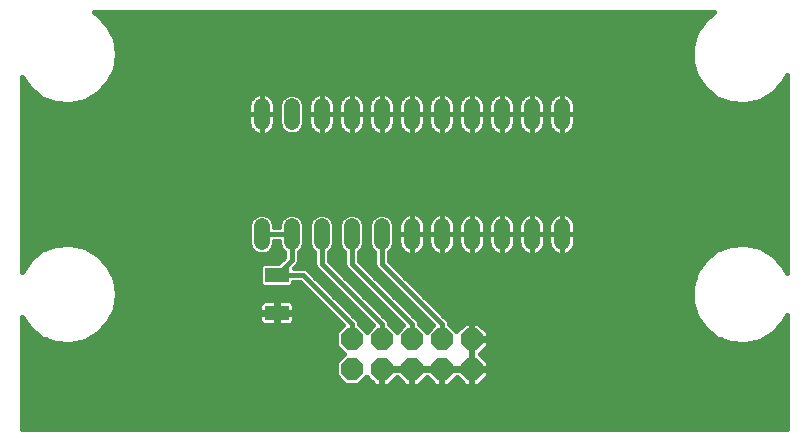
<source format=gbl>
G75*
G70*
%OFA0B0*%
%FSLAX24Y24*%
%IPPOS*%
%LPD*%
%AMOC8*
5,1,8,0,0,1.08239X$1,22.5*
%
%ADD10C,0.0520*%
%ADD11OC8,0.0740*%
%ADD12R,0.0787X0.0472*%
%ADD13C,0.0436*%
%ADD14C,0.0160*%
D10*
X008600Y006840D02*
X008600Y007360D01*
X009600Y007360D02*
X009600Y006840D01*
X010600Y006840D02*
X010600Y007360D01*
X011600Y007360D02*
X011600Y006840D01*
X012600Y006840D02*
X012600Y007360D01*
X013600Y007360D02*
X013600Y006840D01*
X014600Y006840D02*
X014600Y007360D01*
X015600Y007360D02*
X015600Y006840D01*
X016600Y006840D02*
X016600Y007360D01*
X017600Y007360D02*
X017600Y006840D01*
X018600Y006840D02*
X018600Y007360D01*
X018600Y010840D02*
X018600Y011360D01*
X017600Y011360D02*
X017600Y010840D01*
X016600Y010840D02*
X016600Y011360D01*
X015600Y011360D02*
X015600Y010840D01*
X014600Y010840D02*
X014600Y011360D01*
X013600Y011360D02*
X013600Y010840D01*
X012600Y010840D02*
X012600Y011360D01*
X011600Y011360D02*
X011600Y010840D01*
X010600Y010840D02*
X010600Y011360D01*
X009600Y011360D02*
X009600Y010840D01*
X008600Y010840D02*
X008600Y011360D01*
D11*
X011600Y003600D03*
X012600Y003600D03*
X013600Y003600D03*
X014600Y003600D03*
X015600Y003600D03*
X015600Y002600D03*
X014600Y002600D03*
X013600Y002600D03*
X012600Y002600D03*
X011600Y002600D03*
D12*
X009100Y004470D03*
X009100Y005730D03*
D13*
X009600Y005100D03*
X006600Y004100D03*
X007600Y001100D03*
X002100Y001100D03*
X013600Y001100D03*
X020100Y001100D03*
X024600Y001100D03*
X020100Y004100D03*
X017600Y005100D03*
X020600Y009100D03*
X024600Y009100D03*
X022100Y014100D03*
X017600Y014100D03*
X013600Y013100D03*
X009600Y014100D03*
X004600Y014100D03*
X006100Y009100D03*
X002100Y009100D03*
X013600Y009100D03*
D14*
X026100Y000600D02*
X000600Y000600D01*
X000600Y004351D01*
X000868Y003957D01*
X000868Y003957D01*
X000868Y003957D01*
X001260Y003645D01*
X001726Y003462D01*
X002226Y003425D01*
X002714Y003536D01*
X002714Y003536D01*
X003147Y003787D01*
X003488Y004154D01*
X003705Y004605D01*
X003780Y005100D01*
X003705Y005595D01*
X003705Y005595D01*
X003488Y006046D01*
X003488Y006046D01*
X003147Y006413D01*
X002714Y006664D01*
X002714Y006664D01*
X002226Y006775D01*
X002226Y006775D01*
X001726Y006738D01*
X001260Y006555D01*
X000868Y006243D01*
X000600Y005849D01*
X000600Y012351D01*
X000868Y011957D01*
X000868Y011957D01*
X000868Y011957D01*
X001260Y011645D01*
X001726Y011462D01*
X001726Y011462D01*
X002226Y011425D01*
X002714Y011536D01*
X003147Y011787D01*
X003488Y012154D01*
X003705Y012605D01*
X003780Y013100D01*
X003705Y013595D01*
X003705Y013595D01*
X003488Y014046D01*
X003488Y014046D01*
X003147Y014413D01*
X003015Y014490D01*
X023679Y014490D01*
X023368Y014243D01*
X023086Y013829D01*
X022939Y013350D01*
X022939Y012850D01*
X023086Y012371D01*
X023368Y011957D01*
X023368Y011957D01*
X023368Y011957D01*
X023760Y011645D01*
X024226Y011462D01*
X024226Y011462D01*
X024726Y011425D01*
X025214Y011536D01*
X025647Y011787D01*
X025988Y012154D01*
X026100Y012386D01*
X026100Y005814D01*
X025988Y006046D01*
X025647Y006413D01*
X025214Y006664D01*
X024726Y006775D01*
X024726Y006775D01*
X024226Y006738D01*
X023760Y006555D01*
X023368Y006243D01*
X023086Y005829D01*
X022939Y005350D01*
X022939Y004850D01*
X023086Y004371D01*
X023368Y003957D01*
X023368Y003957D01*
X023368Y003957D01*
X023760Y003645D01*
X024226Y003462D01*
X024226Y003462D01*
X024726Y003425D01*
X025214Y003536D01*
X025647Y003787D01*
X025647Y003787D01*
X025988Y004154D01*
X026100Y004386D01*
X026100Y000600D01*
X026100Y000734D02*
X000600Y000734D01*
X000600Y000893D02*
X026100Y000893D01*
X026100Y001051D02*
X000600Y001051D01*
X000600Y001210D02*
X026100Y001210D01*
X026100Y001368D02*
X000600Y001368D01*
X000600Y001527D02*
X026100Y001527D01*
X026100Y001685D02*
X000600Y001685D01*
X000600Y001844D02*
X026100Y001844D01*
X026100Y002002D02*
X000600Y002002D01*
X000600Y002161D02*
X011290Y002161D01*
X011380Y002070D02*
X011070Y002380D01*
X011070Y002820D01*
X011350Y003100D01*
X011070Y003380D01*
X011070Y003820D01*
X011306Y004055D01*
X009871Y005490D01*
X009654Y005490D01*
X009654Y005427D01*
X009560Y005334D01*
X008640Y005334D01*
X008546Y005427D01*
X008546Y006032D01*
X008640Y006126D01*
X009157Y006126D01*
X009360Y006329D01*
X009360Y006486D01*
X009244Y006602D01*
X009180Y006756D01*
X009180Y006860D01*
X009020Y006860D01*
X009020Y006756D01*
X008956Y006602D01*
X008838Y006484D01*
X008684Y006420D01*
X008516Y006420D01*
X008362Y006484D01*
X008244Y006602D01*
X008180Y006756D01*
X008180Y007444D01*
X008244Y007598D01*
X008362Y007716D01*
X008516Y007780D01*
X008684Y007780D01*
X008838Y007716D01*
X008956Y007598D01*
X009020Y007444D01*
X009020Y007340D01*
X009180Y007340D01*
X009180Y007444D01*
X009244Y007598D01*
X009362Y007716D01*
X009516Y007780D01*
X009684Y007780D01*
X009838Y007716D01*
X009956Y007598D01*
X010020Y007444D01*
X010020Y006756D01*
X009956Y006602D01*
X009840Y006486D01*
X009840Y006182D01*
X009803Y006094D01*
X009736Y006026D01*
X009736Y006026D01*
X009679Y005970D01*
X010018Y005970D01*
X010106Y005933D01*
X011803Y004236D01*
X011840Y004148D01*
X011840Y004110D01*
X012100Y003850D01*
X012306Y004055D01*
X010397Y005964D01*
X010360Y006052D01*
X010360Y006486D01*
X010244Y006602D01*
X010180Y006756D01*
X010180Y007444D01*
X010244Y007598D01*
X010362Y007716D01*
X010516Y007780D01*
X010684Y007780D01*
X010838Y007716D01*
X010956Y007598D01*
X011020Y007444D01*
X011020Y006756D01*
X010956Y006602D01*
X010840Y006486D01*
X010840Y006199D01*
X012736Y004303D01*
X012803Y004236D01*
X012840Y004148D01*
X012840Y004110D01*
X013100Y003850D01*
X013306Y004055D01*
X011397Y005964D01*
X011360Y006052D01*
X011360Y006486D01*
X011244Y006602D01*
X011180Y006756D01*
X011180Y007444D01*
X011244Y007598D01*
X011362Y007716D01*
X011516Y007780D01*
X011684Y007780D01*
X011838Y007716D01*
X011956Y007598D01*
X012020Y007444D01*
X012020Y006756D01*
X011956Y006602D01*
X011840Y006486D01*
X011840Y006199D01*
X013736Y004303D01*
X013803Y004236D01*
X013840Y004148D01*
X013840Y004110D01*
X014100Y003850D01*
X014306Y004055D01*
X012397Y005964D01*
X012360Y006052D01*
X012360Y006486D01*
X012244Y006602D01*
X012180Y006756D01*
X012180Y007444D01*
X012244Y007598D01*
X012362Y007716D01*
X012516Y007780D01*
X012684Y007780D01*
X012838Y007716D01*
X012956Y007598D01*
X013020Y007444D01*
X013020Y006756D01*
X012956Y006602D01*
X012840Y006486D01*
X012840Y006199D01*
X014736Y004303D01*
X014803Y004236D01*
X014840Y004148D01*
X014840Y004110D01*
X015086Y003864D01*
X015372Y004150D01*
X015580Y004150D01*
X015580Y003620D01*
X015620Y003620D01*
X015620Y004150D01*
X015828Y004150D01*
X016150Y003828D01*
X016150Y003620D01*
X015620Y003620D01*
X015620Y003580D01*
X016150Y003580D01*
X016150Y003372D01*
X015878Y003100D01*
X016150Y002828D01*
X016150Y002620D01*
X015620Y002620D01*
X015620Y002580D01*
X016150Y002580D01*
X016150Y002372D01*
X015828Y002050D01*
X015620Y002050D01*
X015620Y002580D01*
X015580Y002580D01*
X015580Y002050D01*
X015372Y002050D01*
X015100Y002322D01*
X014828Y002050D01*
X014620Y002050D01*
X014620Y002580D01*
X014620Y002620D01*
X015580Y002620D01*
X015580Y003150D01*
X015580Y003580D01*
X015620Y003580D01*
X015620Y002620D01*
X015580Y002620D01*
X015580Y002580D01*
X015150Y002580D01*
X014620Y002580D01*
X014580Y002580D01*
X014580Y002050D01*
X014372Y002050D01*
X014100Y002322D01*
X013828Y002050D01*
X013620Y002050D01*
X013620Y002580D01*
X013620Y002620D01*
X014580Y002620D01*
X014580Y002580D01*
X014050Y002580D01*
X013620Y002580D01*
X013580Y002580D01*
X013580Y002050D01*
X013372Y002050D01*
X013100Y002322D01*
X012828Y002050D01*
X012620Y002050D01*
X012620Y002580D01*
X012620Y002620D01*
X013580Y002620D01*
X013580Y002580D01*
X013050Y002580D01*
X012620Y002580D01*
X012580Y002580D01*
X012580Y002050D01*
X012372Y002050D01*
X012086Y002336D01*
X011820Y002070D01*
X011380Y002070D01*
X011131Y002319D02*
X000600Y002319D01*
X000600Y002478D02*
X011070Y002478D01*
X011070Y002636D02*
X000600Y002636D01*
X000600Y002795D02*
X011070Y002795D01*
X011203Y002953D02*
X000600Y002953D01*
X000600Y003112D02*
X011339Y003112D01*
X011180Y003270D02*
X000600Y003270D01*
X000600Y003429D02*
X002175Y003429D01*
X002242Y003429D02*
X011070Y003429D01*
X011070Y003587D02*
X002802Y003587D01*
X003076Y003746D02*
X011070Y003746D01*
X011154Y003904D02*
X003256Y003904D01*
X003404Y004063D02*
X008650Y004063D01*
X008637Y004066D02*
X008683Y004054D01*
X009062Y004054D01*
X009062Y004432D01*
X009138Y004432D01*
X009138Y004054D01*
X009517Y004054D01*
X009563Y004066D01*
X009604Y004090D01*
X009638Y004123D01*
X009661Y004164D01*
X009674Y004210D01*
X009674Y004432D01*
X009138Y004432D01*
X009138Y004508D01*
X009674Y004508D01*
X009674Y004730D01*
X009661Y004776D01*
X009638Y004817D01*
X009604Y004850D01*
X009563Y004874D01*
X009517Y004886D01*
X009138Y004886D01*
X009138Y004508D01*
X009062Y004508D01*
X009062Y004432D01*
X008526Y004432D01*
X008526Y004210D01*
X008539Y004164D01*
X008562Y004123D01*
X008596Y004090D01*
X008637Y004066D01*
X009062Y004063D02*
X009138Y004063D01*
X009550Y004063D02*
X011298Y004063D01*
X011600Y004100D02*
X009970Y005730D01*
X009100Y005730D01*
X009600Y006230D01*
X009600Y007100D01*
X008600Y007100D01*
X008180Y007074D02*
X000600Y007074D01*
X000600Y006916D02*
X008180Y006916D01*
X008180Y006757D02*
X002306Y006757D01*
X001981Y006757D02*
X000600Y006757D01*
X000600Y006599D02*
X001371Y006599D01*
X001260Y006555D02*
X001260Y006555D01*
X001116Y006440D02*
X000600Y006440D01*
X000600Y006282D02*
X000917Y006282D01*
X000868Y006243D02*
X000868Y006243D01*
X000787Y006123D02*
X000600Y006123D01*
X000600Y005965D02*
X000679Y005965D01*
X001726Y006738D02*
X001726Y006738D01*
X002827Y006599D02*
X008248Y006599D01*
X008468Y006440D02*
X003102Y006440D01*
X003147Y006413D02*
X003147Y006413D01*
X003270Y006282D02*
X009312Y006282D01*
X009360Y006440D02*
X008732Y006440D01*
X008952Y006599D02*
X009248Y006599D01*
X009180Y006757D02*
X009020Y006757D01*
X009840Y006440D02*
X010360Y006440D01*
X010360Y006282D02*
X009840Y006282D01*
X009815Y006123D02*
X010360Y006123D01*
X010396Y005965D02*
X010031Y005965D01*
X010233Y005806D02*
X010555Y005806D01*
X010713Y005648D02*
X010392Y005648D01*
X010550Y005489D02*
X010872Y005489D01*
X011030Y005331D02*
X010709Y005331D01*
X010867Y005172D02*
X011189Y005172D01*
X011347Y005014D02*
X011026Y005014D01*
X011184Y004855D02*
X011506Y004855D01*
X011664Y004697D02*
X011343Y004697D01*
X011501Y004538D02*
X011823Y004538D01*
X011981Y004380D02*
X011660Y004380D01*
X011810Y004221D02*
X012140Y004221D01*
X012298Y004063D02*
X011887Y004063D01*
X012046Y003904D02*
X012154Y003904D01*
X012600Y004100D02*
X012600Y003600D01*
X013046Y003904D02*
X013154Y003904D01*
X013298Y004063D02*
X012887Y004063D01*
X012600Y004100D02*
X010600Y006100D01*
X010600Y007100D01*
X010180Y007074D02*
X010020Y007074D01*
X010020Y006916D02*
X010180Y006916D01*
X010180Y006757D02*
X010020Y006757D01*
X009952Y006599D02*
X010248Y006599D01*
X010840Y006440D02*
X011360Y006440D01*
X011360Y006282D02*
X010840Y006282D01*
X010916Y006123D02*
X011360Y006123D01*
X011396Y005965D02*
X011075Y005965D01*
X011233Y005806D02*
X011555Y005806D01*
X011713Y005648D02*
X011392Y005648D01*
X011550Y005489D02*
X011872Y005489D01*
X012030Y005331D02*
X011709Y005331D01*
X011867Y005172D02*
X012189Y005172D01*
X012347Y005014D02*
X012026Y005014D01*
X012184Y004855D02*
X012506Y004855D01*
X012664Y004697D02*
X012343Y004697D01*
X012501Y004538D02*
X012823Y004538D01*
X012981Y004380D02*
X012660Y004380D01*
X012810Y004221D02*
X013140Y004221D01*
X013600Y004100D02*
X013600Y003600D01*
X014046Y003904D02*
X014154Y003904D01*
X014298Y004063D02*
X013887Y004063D01*
X013810Y004221D02*
X014140Y004221D01*
X013981Y004380D02*
X013660Y004380D01*
X013501Y004538D02*
X013823Y004538D01*
X013664Y004697D02*
X013343Y004697D01*
X013184Y004855D02*
X013506Y004855D01*
X013347Y005014D02*
X013026Y005014D01*
X012867Y005172D02*
X013189Y005172D01*
X013030Y005331D02*
X012709Y005331D01*
X012550Y005489D02*
X012872Y005489D01*
X012713Y005648D02*
X012392Y005648D01*
X012233Y005806D02*
X012555Y005806D01*
X012396Y005965D02*
X012075Y005965D01*
X011916Y006123D02*
X012360Y006123D01*
X012360Y006282D02*
X011840Y006282D01*
X011840Y006440D02*
X012360Y006440D01*
X012248Y006599D02*
X011952Y006599D01*
X012020Y006757D02*
X012180Y006757D01*
X012180Y006916D02*
X012020Y006916D01*
X012020Y007074D02*
X012180Y007074D01*
X012180Y007233D02*
X012020Y007233D01*
X012020Y007391D02*
X012180Y007391D01*
X012224Y007550D02*
X011976Y007550D01*
X011846Y007708D02*
X012354Y007708D01*
X012846Y007708D02*
X013330Y007708D01*
X013313Y007696D02*
X013264Y007647D01*
X013224Y007591D01*
X013192Y007529D01*
X013171Y007463D01*
X013160Y007395D01*
X013160Y007100D01*
X013600Y007100D01*
X014040Y007100D01*
X014040Y007395D01*
X014029Y007463D01*
X014008Y007529D01*
X013976Y007591D01*
X013936Y007647D01*
X013887Y007696D01*
X013831Y007736D01*
X013769Y007768D01*
X013703Y007789D01*
X013635Y007800D01*
X013600Y007800D01*
X013600Y007100D01*
X013600Y007100D01*
X013600Y007100D01*
X014040Y007100D01*
X014040Y006805D01*
X014029Y006737D01*
X014008Y006671D01*
X013976Y006609D01*
X013936Y006553D01*
X013887Y006504D01*
X013831Y006464D01*
X013769Y006432D01*
X013703Y006411D01*
X013635Y006400D01*
X013600Y006400D01*
X013600Y007100D01*
X013600Y007100D01*
X013600Y007100D01*
X013600Y007800D01*
X013565Y007800D01*
X013497Y007789D01*
X013431Y007768D01*
X013369Y007736D01*
X013313Y007696D01*
X013203Y007550D02*
X012976Y007550D01*
X013020Y007391D02*
X013160Y007391D01*
X013600Y007391D02*
X013600Y007391D01*
X013600Y007550D02*
X013600Y007550D01*
X013600Y007708D02*
X013600Y007708D01*
X013870Y007708D02*
X014330Y007708D01*
X014313Y007696D02*
X014264Y007647D01*
X014224Y007591D01*
X014192Y007529D01*
X014171Y007463D01*
X014160Y007395D01*
X014160Y007100D01*
X014600Y007100D01*
X015040Y007100D01*
X015040Y007395D01*
X015029Y007463D01*
X015008Y007529D01*
X014976Y007591D01*
X014936Y007647D01*
X014887Y007696D01*
X014831Y007736D01*
X014769Y007768D01*
X014703Y007789D01*
X014635Y007800D01*
X014600Y007800D01*
X014600Y007100D01*
X014600Y007100D01*
X014600Y007100D01*
X015040Y007100D01*
X015040Y006805D01*
X015029Y006737D01*
X015008Y006671D01*
X014976Y006609D01*
X014936Y006553D01*
X014887Y006504D01*
X014831Y006464D01*
X014769Y006432D01*
X014703Y006411D01*
X014635Y006400D01*
X014600Y006400D01*
X014600Y007100D01*
X014600Y007100D01*
X014600Y007100D01*
X014600Y007800D01*
X014565Y007800D01*
X014497Y007789D01*
X014431Y007768D01*
X014369Y007736D01*
X014313Y007696D01*
X014203Y007550D02*
X013997Y007550D01*
X014040Y007391D02*
X014160Y007391D01*
X014600Y007391D02*
X014600Y007391D01*
X014600Y007550D02*
X014600Y007550D01*
X014600Y007708D02*
X014600Y007708D01*
X014870Y007708D02*
X015330Y007708D01*
X015313Y007696D02*
X015264Y007647D01*
X015224Y007591D01*
X015192Y007529D01*
X015171Y007463D01*
X015160Y007395D01*
X015160Y007100D01*
X015600Y007100D01*
X016040Y007100D01*
X016040Y007395D01*
X016029Y007463D01*
X016008Y007529D01*
X015976Y007591D01*
X015936Y007647D01*
X015887Y007696D01*
X015831Y007736D01*
X015769Y007768D01*
X015703Y007789D01*
X015635Y007800D01*
X015600Y007800D01*
X015600Y007100D01*
X015600Y007100D01*
X015600Y007100D01*
X016040Y007100D01*
X016040Y006805D01*
X016029Y006737D01*
X016008Y006671D01*
X015976Y006609D01*
X015936Y006553D01*
X015887Y006504D01*
X015831Y006464D01*
X015769Y006432D01*
X015703Y006411D01*
X015635Y006400D01*
X015600Y006400D01*
X015600Y007100D01*
X015600Y007100D01*
X015600Y007100D01*
X015600Y007800D01*
X015565Y007800D01*
X015497Y007789D01*
X015431Y007768D01*
X015369Y007736D01*
X015313Y007696D01*
X015203Y007550D02*
X014997Y007550D01*
X015040Y007391D02*
X015160Y007391D01*
X015160Y007233D02*
X015040Y007233D01*
X015040Y007074D02*
X015160Y007074D01*
X015160Y007100D02*
X015160Y006805D01*
X015171Y006737D01*
X015192Y006671D01*
X015224Y006609D01*
X015264Y006553D01*
X015313Y006504D01*
X015369Y006464D01*
X015431Y006432D01*
X015497Y006411D01*
X015565Y006400D01*
X015600Y006400D01*
X015600Y007100D01*
X015160Y007100D01*
X015160Y006916D02*
X015040Y006916D01*
X015032Y006757D02*
X015168Y006757D01*
X015232Y006599D02*
X014968Y006599D01*
X014784Y006440D02*
X015416Y006440D01*
X015600Y006440D02*
X015600Y006440D01*
X015600Y006599D02*
X015600Y006599D01*
X015600Y006757D02*
X015600Y006757D01*
X015600Y006916D02*
X015600Y006916D01*
X015600Y007074D02*
X015600Y007074D01*
X015600Y007233D02*
X015600Y007233D01*
X015600Y007391D02*
X015600Y007391D01*
X015600Y007550D02*
X015600Y007550D01*
X015600Y007708D02*
X015600Y007708D01*
X015870Y007708D02*
X016330Y007708D01*
X016313Y007696D02*
X016264Y007647D01*
X016224Y007591D01*
X016192Y007529D01*
X016171Y007463D01*
X016160Y007395D01*
X016160Y007100D01*
X016600Y007100D01*
X017040Y007100D01*
X017040Y007395D01*
X017029Y007463D01*
X017008Y007529D01*
X016976Y007591D01*
X016936Y007647D01*
X016887Y007696D01*
X016831Y007736D01*
X016769Y007768D01*
X016703Y007789D01*
X016635Y007800D01*
X016600Y007800D01*
X016600Y007100D01*
X016600Y007100D01*
X016600Y007100D01*
X017040Y007100D01*
X017040Y006805D01*
X017029Y006737D01*
X017008Y006671D01*
X016976Y006609D01*
X016936Y006553D01*
X016887Y006504D01*
X016831Y006464D01*
X016769Y006432D01*
X016703Y006411D01*
X016635Y006400D01*
X016600Y006400D01*
X016600Y007100D01*
X016600Y007100D01*
X016600Y007100D01*
X016600Y007800D01*
X016565Y007800D01*
X016497Y007789D01*
X016431Y007768D01*
X016369Y007736D01*
X016313Y007696D01*
X016203Y007550D02*
X015997Y007550D01*
X016040Y007391D02*
X016160Y007391D01*
X016160Y007233D02*
X016040Y007233D01*
X016040Y007074D02*
X016160Y007074D01*
X016160Y007100D02*
X016160Y006805D01*
X016171Y006737D01*
X016192Y006671D01*
X016224Y006609D01*
X016264Y006553D01*
X016313Y006504D01*
X016369Y006464D01*
X016431Y006432D01*
X016497Y006411D01*
X016565Y006400D01*
X016600Y006400D01*
X016600Y007100D01*
X016160Y007100D01*
X016160Y006916D02*
X016040Y006916D01*
X016032Y006757D02*
X016168Y006757D01*
X016232Y006599D02*
X015968Y006599D01*
X015784Y006440D02*
X016416Y006440D01*
X016600Y006440D02*
X016600Y006440D01*
X016600Y006599D02*
X016600Y006599D01*
X016600Y006757D02*
X016600Y006757D01*
X016600Y006916D02*
X016600Y006916D01*
X016600Y007074D02*
X016600Y007074D01*
X016600Y007233D02*
X016600Y007233D01*
X017040Y007233D02*
X017160Y007233D01*
X017160Y007100D02*
X017600Y007100D01*
X018040Y007100D01*
X018040Y007395D01*
X018029Y007463D01*
X018008Y007529D01*
X017976Y007591D01*
X017936Y007647D01*
X017887Y007696D01*
X017831Y007736D01*
X017769Y007768D01*
X017703Y007789D01*
X017635Y007800D01*
X017600Y007800D01*
X017600Y007100D01*
X017600Y007100D01*
X017600Y007100D01*
X018040Y007100D01*
X018040Y006805D01*
X018029Y006737D01*
X018008Y006671D01*
X017976Y006609D01*
X017936Y006553D01*
X017887Y006504D01*
X017831Y006464D01*
X017769Y006432D01*
X017703Y006411D01*
X017635Y006400D01*
X017600Y006400D01*
X017600Y007100D01*
X017600Y007100D01*
X017600Y007100D01*
X017600Y007800D01*
X017565Y007800D01*
X017497Y007789D01*
X017431Y007768D01*
X017369Y007736D01*
X017313Y007696D01*
X017264Y007647D01*
X017224Y007591D01*
X017192Y007529D01*
X017171Y007463D01*
X017160Y007395D01*
X017160Y007100D01*
X017160Y006805D01*
X017171Y006737D01*
X017192Y006671D01*
X017224Y006609D01*
X017264Y006553D01*
X017313Y006504D01*
X017369Y006464D01*
X017431Y006432D01*
X017497Y006411D01*
X017565Y006400D01*
X017600Y006400D01*
X017600Y007100D01*
X017160Y007100D01*
X017160Y007074D02*
X017040Y007074D01*
X017040Y006916D02*
X017160Y006916D01*
X017168Y006757D02*
X017032Y006757D01*
X016968Y006599D02*
X017232Y006599D01*
X017416Y006440D02*
X016784Y006440D01*
X017600Y006440D02*
X017600Y006440D01*
X017600Y006599D02*
X017600Y006599D01*
X017600Y006757D02*
X017600Y006757D01*
X017600Y006916D02*
X017600Y006916D01*
X017600Y007074D02*
X017600Y007074D01*
X017600Y007233D02*
X017600Y007233D01*
X017600Y007391D02*
X017600Y007391D01*
X017600Y007550D02*
X017600Y007550D01*
X017600Y007708D02*
X017600Y007708D01*
X017330Y007708D02*
X016870Y007708D01*
X016997Y007550D02*
X017203Y007550D01*
X017160Y007391D02*
X017040Y007391D01*
X016600Y007391D02*
X016600Y007391D01*
X016600Y007550D02*
X016600Y007550D01*
X016600Y007708D02*
X016600Y007708D01*
X017870Y007708D02*
X018330Y007708D01*
X018313Y007696D02*
X018264Y007647D01*
X018224Y007591D01*
X018192Y007529D01*
X018171Y007463D01*
X018160Y007395D01*
X018160Y007100D01*
X018600Y007100D01*
X019040Y007100D01*
X019040Y007395D01*
X019029Y007463D01*
X019008Y007529D01*
X018976Y007591D01*
X018936Y007647D01*
X018887Y007696D01*
X018831Y007736D01*
X018769Y007768D01*
X018703Y007789D01*
X018635Y007800D01*
X018600Y007800D01*
X018600Y007100D01*
X018600Y007100D01*
X018600Y007100D01*
X019040Y007100D01*
X019040Y006805D01*
X019029Y006737D01*
X019008Y006671D01*
X018976Y006609D01*
X018936Y006553D01*
X018887Y006504D01*
X018831Y006464D01*
X018769Y006432D01*
X018703Y006411D01*
X018635Y006400D01*
X018600Y006400D01*
X018600Y007100D01*
X018600Y007100D01*
X018600Y007100D01*
X018600Y007800D01*
X018565Y007800D01*
X018497Y007789D01*
X018431Y007768D01*
X018369Y007736D01*
X018313Y007696D01*
X018203Y007550D02*
X017997Y007550D01*
X018040Y007391D02*
X018160Y007391D01*
X018600Y007391D02*
X018600Y007391D01*
X018600Y007550D02*
X018600Y007550D01*
X018600Y007708D02*
X018600Y007708D01*
X018870Y007708D02*
X026100Y007708D01*
X026100Y007550D02*
X018997Y007550D01*
X019040Y007391D02*
X026100Y007391D01*
X026100Y007233D02*
X019040Y007233D01*
X019040Y007074D02*
X026100Y007074D01*
X026100Y006916D02*
X019040Y006916D01*
X019032Y006757D02*
X024481Y006757D01*
X024226Y006738D02*
X024226Y006738D01*
X023871Y006599D02*
X018968Y006599D01*
X018784Y006440D02*
X023616Y006440D01*
X023760Y006555D02*
X023760Y006555D01*
X023417Y006282D02*
X012840Y006282D01*
X012840Y006440D02*
X013416Y006440D01*
X013431Y006432D02*
X013497Y006411D01*
X013565Y006400D01*
X013600Y006400D01*
X013600Y007100D01*
X013160Y007100D01*
X013160Y006805D01*
X013171Y006737D01*
X013192Y006671D01*
X013224Y006609D01*
X013264Y006553D01*
X013313Y006504D01*
X013369Y006464D01*
X013431Y006432D01*
X013600Y006440D02*
X013600Y006440D01*
X013600Y006599D02*
X013600Y006599D01*
X013600Y006757D02*
X013600Y006757D01*
X013600Y006916D02*
X013600Y006916D01*
X013600Y007074D02*
X013600Y007074D01*
X013600Y007233D02*
X013600Y007233D01*
X013160Y007233D02*
X013020Y007233D01*
X013020Y007074D02*
X013160Y007074D01*
X013160Y006916D02*
X013020Y006916D01*
X013020Y006757D02*
X013168Y006757D01*
X013232Y006599D02*
X012952Y006599D01*
X012916Y006123D02*
X023287Y006123D01*
X023368Y006243D02*
X023368Y006243D01*
X023368Y006243D01*
X023179Y005965D02*
X013075Y005965D01*
X013233Y005806D02*
X023079Y005806D01*
X023086Y005829D02*
X023086Y005829D01*
X023030Y005648D02*
X013392Y005648D01*
X013550Y005489D02*
X022982Y005489D01*
X022939Y005331D02*
X013709Y005331D01*
X013867Y005172D02*
X022939Y005172D01*
X022939Y005014D02*
X014026Y005014D01*
X014184Y004855D02*
X022939Y004855D01*
X022986Y004697D02*
X014343Y004697D01*
X014501Y004538D02*
X023035Y004538D01*
X023084Y004380D02*
X014660Y004380D01*
X014810Y004221D02*
X023189Y004221D01*
X023086Y004371D02*
X023086Y004371D01*
X023297Y004063D02*
X015915Y004063D01*
X016074Y003904D02*
X023435Y003904D01*
X023634Y003746D02*
X016150Y003746D01*
X016150Y003429D02*
X024675Y003429D01*
X024726Y003425D02*
X024726Y003425D01*
X024742Y003429D02*
X026100Y003429D01*
X026100Y003587D02*
X025302Y003587D01*
X025214Y003536D02*
X025214Y003536D01*
X025576Y003746D02*
X026100Y003746D01*
X026100Y003904D02*
X025756Y003904D01*
X025904Y004063D02*
X026100Y004063D01*
X025988Y004154D02*
X025988Y004154D01*
X026021Y004221D02*
X026100Y004221D01*
X026097Y004380D02*
X026100Y004380D01*
X026100Y003270D02*
X016048Y003270D01*
X015889Y003112D02*
X026100Y003112D01*
X026100Y002953D02*
X016025Y002953D01*
X016150Y002795D02*
X026100Y002795D01*
X026100Y002636D02*
X016150Y002636D01*
X016150Y002478D02*
X026100Y002478D01*
X026100Y002319D02*
X016097Y002319D01*
X015938Y002161D02*
X026100Y002161D01*
X023908Y003587D02*
X015620Y003587D01*
X015620Y003429D02*
X015580Y003429D01*
X015580Y003270D02*
X015620Y003270D01*
X015620Y003112D02*
X015580Y003112D01*
X015580Y002953D02*
X015620Y002953D01*
X015620Y002795D02*
X015580Y002795D01*
X015580Y002636D02*
X015620Y002636D01*
X015620Y002478D02*
X015580Y002478D01*
X015580Y002319D02*
X015620Y002319D01*
X015620Y002161D02*
X015580Y002161D01*
X015262Y002161D02*
X014938Y002161D01*
X015097Y002319D02*
X015103Y002319D01*
X014620Y002319D02*
X014580Y002319D01*
X014580Y002161D02*
X014620Y002161D01*
X014262Y002161D02*
X013938Y002161D01*
X014097Y002319D02*
X014103Y002319D01*
X013620Y002319D02*
X013580Y002319D01*
X013580Y002161D02*
X013620Y002161D01*
X013620Y002478D02*
X013580Y002478D01*
X013103Y002319D02*
X013097Y002319D01*
X012938Y002161D02*
X013262Y002161D01*
X012620Y002161D02*
X012580Y002161D01*
X012580Y002319D02*
X012620Y002319D01*
X012620Y002478D02*
X012580Y002478D01*
X012262Y002161D02*
X011910Y002161D01*
X012069Y002319D02*
X012103Y002319D01*
X011600Y003600D02*
X011600Y004100D01*
X011140Y004221D02*
X009674Y004221D01*
X009674Y004380D02*
X010981Y004380D01*
X010823Y004538D02*
X009674Y004538D01*
X009674Y004697D02*
X010664Y004697D01*
X010506Y004855D02*
X009596Y004855D01*
X009138Y004855D02*
X009062Y004855D01*
X009062Y004886D02*
X008683Y004886D01*
X008637Y004874D01*
X008596Y004850D01*
X008562Y004817D01*
X008539Y004776D01*
X008526Y004730D01*
X008526Y004508D01*
X009062Y004508D01*
X009062Y004886D01*
X009062Y004697D02*
X009138Y004697D01*
X009138Y004538D02*
X009062Y004538D01*
X009062Y004380D02*
X009138Y004380D01*
X009138Y004221D02*
X009062Y004221D01*
X008526Y004221D02*
X003521Y004221D01*
X003488Y004154D02*
X003488Y004154D01*
X003597Y004380D02*
X008526Y004380D01*
X008526Y004538D02*
X003673Y004538D01*
X003705Y004605D02*
X003705Y004605D01*
X003719Y004697D02*
X008526Y004697D01*
X008604Y004855D02*
X003743Y004855D01*
X003767Y005014D02*
X010347Y005014D01*
X010189Y005172D02*
X003769Y005172D01*
X003745Y005331D02*
X010030Y005331D01*
X009872Y005489D02*
X009654Y005489D01*
X008546Y005489D02*
X003721Y005489D01*
X003680Y005648D02*
X008546Y005648D01*
X008546Y005806D02*
X003604Y005806D01*
X003528Y005965D02*
X008546Y005965D01*
X008637Y006123D02*
X003417Y006123D01*
X000600Y007233D02*
X008180Y007233D01*
X008180Y007391D02*
X000600Y007391D01*
X000600Y007550D02*
X008224Y007550D01*
X008354Y007708D02*
X000600Y007708D01*
X000600Y007867D02*
X026100Y007867D01*
X026100Y008025D02*
X000600Y008025D01*
X000600Y008184D02*
X026100Y008184D01*
X026100Y008342D02*
X000600Y008342D01*
X000600Y008501D02*
X026100Y008501D01*
X026100Y008659D02*
X000600Y008659D01*
X000600Y008818D02*
X026100Y008818D01*
X026100Y008976D02*
X000600Y008976D01*
X000600Y009135D02*
X026100Y009135D01*
X026100Y009293D02*
X000600Y009293D01*
X000600Y009452D02*
X026100Y009452D01*
X026100Y009610D02*
X000600Y009610D01*
X000600Y009769D02*
X026100Y009769D01*
X026100Y009927D02*
X000600Y009927D01*
X000600Y010086D02*
X026100Y010086D01*
X026100Y010244D02*
X000600Y010244D01*
X000600Y010403D02*
X008549Y010403D01*
X008565Y010400D02*
X008600Y010400D01*
X008635Y010400D01*
X008703Y010411D01*
X008769Y010432D01*
X008831Y010464D01*
X008887Y010504D01*
X008936Y010553D01*
X008976Y010609D01*
X009008Y010671D01*
X009029Y010737D01*
X009040Y010805D01*
X009040Y011100D01*
X009040Y011395D01*
X009029Y011463D01*
X009008Y011529D01*
X008976Y011591D01*
X008936Y011647D01*
X008887Y011696D01*
X008831Y011736D01*
X008769Y011768D01*
X008703Y011789D01*
X008635Y011800D01*
X008600Y011800D01*
X008600Y011100D01*
X009040Y011100D01*
X008600Y011100D01*
X008600Y011100D01*
X008600Y011100D01*
X008600Y010400D01*
X008600Y011100D01*
X008600Y011100D01*
X008600Y011100D01*
X008160Y011100D01*
X008160Y011395D01*
X008171Y011463D01*
X008192Y011529D01*
X008224Y011591D01*
X008264Y011647D01*
X008313Y011696D01*
X008369Y011736D01*
X008431Y011768D01*
X008497Y011789D01*
X008565Y011800D01*
X008600Y011800D01*
X008600Y011100D01*
X008160Y011100D01*
X008160Y010805D01*
X008171Y010737D01*
X008192Y010671D01*
X008224Y010609D01*
X008264Y010553D01*
X008313Y010504D01*
X008369Y010464D01*
X008431Y010432D01*
X008497Y010411D01*
X008565Y010400D01*
X008600Y010403D02*
X008600Y010403D01*
X008651Y010403D02*
X010549Y010403D01*
X010565Y010400D02*
X010600Y010400D01*
X010635Y010400D01*
X010703Y010411D01*
X010769Y010432D01*
X010831Y010464D01*
X010887Y010504D01*
X010936Y010553D01*
X010976Y010609D01*
X011008Y010671D01*
X011029Y010737D01*
X011040Y010805D01*
X011040Y011100D01*
X011040Y011395D01*
X011029Y011463D01*
X011008Y011529D01*
X010976Y011591D01*
X010936Y011647D01*
X010887Y011696D01*
X010831Y011736D01*
X010769Y011768D01*
X010703Y011789D01*
X010635Y011800D01*
X010600Y011800D01*
X010600Y011100D01*
X011040Y011100D01*
X010600Y011100D01*
X010600Y011100D01*
X010600Y011100D01*
X010600Y010400D01*
X010600Y011100D01*
X010600Y011100D01*
X010600Y011100D01*
X010160Y011100D01*
X010160Y011395D01*
X010171Y011463D01*
X010192Y011529D01*
X010224Y011591D01*
X010264Y011647D01*
X010313Y011696D01*
X010369Y011736D01*
X010431Y011768D01*
X010497Y011789D01*
X010565Y011800D01*
X010600Y011800D01*
X010600Y011100D01*
X010160Y011100D01*
X010160Y010805D01*
X010171Y010737D01*
X010192Y010671D01*
X010224Y010609D01*
X010264Y010553D01*
X010313Y010504D01*
X010369Y010464D01*
X010431Y010432D01*
X010497Y010411D01*
X010565Y010400D01*
X010600Y010403D02*
X010600Y010403D01*
X010651Y010403D02*
X011549Y010403D01*
X011565Y010400D02*
X011600Y010400D01*
X011635Y010400D01*
X011703Y010411D01*
X011769Y010432D01*
X011831Y010464D01*
X011887Y010504D01*
X011936Y010553D01*
X011976Y010609D01*
X012008Y010671D01*
X012029Y010737D01*
X012040Y010805D01*
X012040Y011100D01*
X012040Y011395D01*
X012029Y011463D01*
X012008Y011529D01*
X011976Y011591D01*
X011936Y011647D01*
X011887Y011696D01*
X011831Y011736D01*
X011769Y011768D01*
X011703Y011789D01*
X011635Y011800D01*
X011600Y011800D01*
X011600Y011100D01*
X012040Y011100D01*
X011600Y011100D01*
X011600Y011100D01*
X011600Y011100D01*
X011600Y010400D01*
X011600Y011100D01*
X011600Y011100D01*
X011600Y011100D01*
X011160Y011100D01*
X011160Y011395D01*
X011171Y011463D01*
X011192Y011529D01*
X011224Y011591D01*
X011264Y011647D01*
X011313Y011696D01*
X011369Y011736D01*
X011431Y011768D01*
X011497Y011789D01*
X011565Y011800D01*
X011600Y011800D01*
X011600Y011100D01*
X011160Y011100D01*
X011160Y010805D01*
X011171Y010737D01*
X011192Y010671D01*
X011224Y010609D01*
X011264Y010553D01*
X011313Y010504D01*
X011369Y010464D01*
X011431Y010432D01*
X011497Y010411D01*
X011565Y010400D01*
X011600Y010403D02*
X011600Y010403D01*
X011651Y010403D02*
X012549Y010403D01*
X012565Y010400D02*
X012600Y010400D01*
X012635Y010400D01*
X012703Y010411D01*
X012769Y010432D01*
X012831Y010464D01*
X012887Y010504D01*
X012936Y010553D01*
X012976Y010609D01*
X013008Y010671D01*
X013029Y010737D01*
X013040Y010805D01*
X013040Y011100D01*
X013040Y011395D01*
X013029Y011463D01*
X013008Y011529D01*
X012976Y011591D01*
X012936Y011647D01*
X012887Y011696D01*
X012831Y011736D01*
X012769Y011768D01*
X012703Y011789D01*
X012635Y011800D01*
X012600Y011800D01*
X012600Y011100D01*
X013040Y011100D01*
X012600Y011100D01*
X012600Y011100D01*
X012600Y011100D01*
X012600Y010400D01*
X012600Y011100D01*
X012600Y011100D01*
X012600Y011100D01*
X012160Y011100D01*
X012160Y011395D01*
X012171Y011463D01*
X012192Y011529D01*
X012224Y011591D01*
X012264Y011647D01*
X012313Y011696D01*
X012369Y011736D01*
X012431Y011768D01*
X012497Y011789D01*
X012565Y011800D01*
X012600Y011800D01*
X012600Y011100D01*
X012160Y011100D01*
X012160Y010805D01*
X012171Y010737D01*
X012192Y010671D01*
X012224Y010609D01*
X012264Y010553D01*
X012313Y010504D01*
X012369Y010464D01*
X012431Y010432D01*
X012497Y010411D01*
X012565Y010400D01*
X012600Y010403D02*
X012600Y010403D01*
X012651Y010403D02*
X013549Y010403D01*
X013565Y010400D02*
X013600Y010400D01*
X013635Y010400D01*
X013703Y010411D01*
X013769Y010432D01*
X013831Y010464D01*
X013887Y010504D01*
X013936Y010553D01*
X013976Y010609D01*
X014008Y010671D01*
X014029Y010737D01*
X014040Y010805D01*
X014040Y011100D01*
X014040Y011395D01*
X014029Y011463D01*
X014008Y011529D01*
X013976Y011591D01*
X013936Y011647D01*
X013887Y011696D01*
X013831Y011736D01*
X013769Y011768D01*
X013703Y011789D01*
X013635Y011800D01*
X013600Y011800D01*
X013600Y011100D01*
X014040Y011100D01*
X013600Y011100D01*
X013600Y011100D01*
X013600Y011100D01*
X013600Y010400D01*
X013600Y011100D01*
X013600Y011100D01*
X013600Y011100D01*
X013160Y011100D01*
X013160Y011395D01*
X013171Y011463D01*
X013192Y011529D01*
X013224Y011591D01*
X013264Y011647D01*
X013313Y011696D01*
X013369Y011736D01*
X013431Y011768D01*
X013497Y011789D01*
X013565Y011800D01*
X013600Y011800D01*
X013600Y011100D01*
X013160Y011100D01*
X013160Y010805D01*
X013171Y010737D01*
X013192Y010671D01*
X013224Y010609D01*
X013264Y010553D01*
X013313Y010504D01*
X013369Y010464D01*
X013431Y010432D01*
X013497Y010411D01*
X013565Y010400D01*
X013600Y010403D02*
X013600Y010403D01*
X013651Y010403D02*
X014549Y010403D01*
X014565Y010400D02*
X014600Y010400D01*
X014635Y010400D01*
X014703Y010411D01*
X014769Y010432D01*
X014831Y010464D01*
X014887Y010504D01*
X014936Y010553D01*
X014976Y010609D01*
X015008Y010671D01*
X015029Y010737D01*
X015040Y010805D01*
X015040Y011100D01*
X015040Y011395D01*
X015029Y011463D01*
X015008Y011529D01*
X014976Y011591D01*
X014936Y011647D01*
X014887Y011696D01*
X014831Y011736D01*
X014769Y011768D01*
X014703Y011789D01*
X014635Y011800D01*
X014600Y011800D01*
X014600Y011100D01*
X015040Y011100D01*
X014600Y011100D01*
X014600Y011100D01*
X014600Y011100D01*
X014600Y010400D01*
X014600Y011100D01*
X014600Y011100D01*
X014600Y011100D01*
X014160Y011100D01*
X014160Y011395D01*
X014171Y011463D01*
X014192Y011529D01*
X014224Y011591D01*
X014264Y011647D01*
X014313Y011696D01*
X014369Y011736D01*
X014431Y011768D01*
X014497Y011789D01*
X014565Y011800D01*
X014600Y011800D01*
X014600Y011100D01*
X014160Y011100D01*
X014160Y010805D01*
X014171Y010737D01*
X014192Y010671D01*
X014224Y010609D01*
X014264Y010553D01*
X014313Y010504D01*
X014369Y010464D01*
X014431Y010432D01*
X014497Y010411D01*
X014565Y010400D01*
X014600Y010403D02*
X014600Y010403D01*
X014651Y010403D02*
X015549Y010403D01*
X015565Y010400D02*
X015600Y010400D01*
X015635Y010400D01*
X015703Y010411D01*
X015769Y010432D01*
X015831Y010464D01*
X015887Y010504D01*
X015936Y010553D01*
X015976Y010609D01*
X016008Y010671D01*
X016029Y010737D01*
X016040Y010805D01*
X016040Y011100D01*
X016040Y011395D01*
X016029Y011463D01*
X016008Y011529D01*
X015976Y011591D01*
X015936Y011647D01*
X015887Y011696D01*
X015831Y011736D01*
X015769Y011768D01*
X015703Y011789D01*
X015635Y011800D01*
X015600Y011800D01*
X015600Y011100D01*
X016040Y011100D01*
X015600Y011100D01*
X015600Y011100D01*
X015600Y011100D01*
X015600Y010400D01*
X015600Y011100D01*
X015600Y011100D01*
X015600Y011100D01*
X015160Y011100D01*
X015160Y011395D01*
X015171Y011463D01*
X015192Y011529D01*
X015224Y011591D01*
X015264Y011647D01*
X015313Y011696D01*
X015369Y011736D01*
X015431Y011768D01*
X015497Y011789D01*
X015565Y011800D01*
X015600Y011800D01*
X015600Y011100D01*
X015160Y011100D01*
X015160Y010805D01*
X015171Y010737D01*
X015192Y010671D01*
X015224Y010609D01*
X015264Y010553D01*
X015313Y010504D01*
X015369Y010464D01*
X015431Y010432D01*
X015497Y010411D01*
X015565Y010400D01*
X015600Y010403D02*
X015600Y010403D01*
X015651Y010403D02*
X016549Y010403D01*
X016565Y010400D02*
X016497Y010411D01*
X016431Y010432D01*
X016369Y010464D01*
X016313Y010504D01*
X016264Y010553D01*
X016224Y010609D01*
X016192Y010671D01*
X016171Y010737D01*
X016160Y010805D01*
X016160Y011100D01*
X016600Y011100D01*
X017040Y011100D01*
X017040Y011395D01*
X017029Y011463D01*
X017008Y011529D01*
X016976Y011591D01*
X016936Y011647D01*
X016887Y011696D01*
X016831Y011736D01*
X016769Y011768D01*
X016703Y011789D01*
X016635Y011800D01*
X016600Y011800D01*
X016600Y011100D01*
X016600Y011100D01*
X016600Y011100D01*
X017040Y011100D01*
X017040Y010805D01*
X017029Y010737D01*
X017008Y010671D01*
X016976Y010609D01*
X016936Y010553D01*
X016887Y010504D01*
X016831Y010464D01*
X016769Y010432D01*
X016703Y010411D01*
X016635Y010400D01*
X016600Y010400D01*
X016600Y011100D01*
X016600Y011100D01*
X016600Y011100D01*
X016600Y011800D01*
X016565Y011800D01*
X016497Y011789D01*
X016431Y011768D01*
X016369Y011736D01*
X016313Y011696D01*
X016264Y011647D01*
X016224Y011591D01*
X016192Y011529D01*
X016171Y011463D01*
X016160Y011395D01*
X016160Y011100D01*
X016600Y011100D01*
X016600Y010400D01*
X016565Y010400D01*
X016600Y010403D02*
X016600Y010403D01*
X016651Y010403D02*
X017549Y010403D01*
X017565Y010400D02*
X017600Y010400D01*
X017635Y010400D01*
X017703Y010411D01*
X017769Y010432D01*
X017831Y010464D01*
X017887Y010504D01*
X017936Y010553D01*
X017976Y010609D01*
X018008Y010671D01*
X018029Y010737D01*
X018040Y010805D01*
X018040Y011100D01*
X018040Y011395D01*
X018029Y011463D01*
X018008Y011529D01*
X017976Y011591D01*
X017936Y011647D01*
X017887Y011696D01*
X017831Y011736D01*
X017769Y011768D01*
X017703Y011789D01*
X017635Y011800D01*
X017600Y011800D01*
X017600Y011100D01*
X018040Y011100D01*
X017600Y011100D01*
X017600Y011100D01*
X017600Y011100D01*
X017600Y010400D01*
X017600Y011100D01*
X017600Y011100D01*
X017600Y011100D01*
X017160Y011100D01*
X017160Y011395D01*
X017171Y011463D01*
X017192Y011529D01*
X017224Y011591D01*
X017264Y011647D01*
X017313Y011696D01*
X017369Y011736D01*
X017431Y011768D01*
X017497Y011789D01*
X017565Y011800D01*
X017600Y011800D01*
X017600Y011100D01*
X017160Y011100D01*
X017160Y010805D01*
X017171Y010737D01*
X017192Y010671D01*
X017224Y010609D01*
X017264Y010553D01*
X017313Y010504D01*
X017369Y010464D01*
X017431Y010432D01*
X017497Y010411D01*
X017565Y010400D01*
X017600Y010403D02*
X017600Y010403D01*
X017651Y010403D02*
X018549Y010403D01*
X018565Y010400D02*
X018600Y010400D01*
X018635Y010400D01*
X018703Y010411D01*
X018769Y010432D01*
X018831Y010464D01*
X018887Y010504D01*
X018936Y010553D01*
X018976Y010609D01*
X019008Y010671D01*
X019029Y010737D01*
X019040Y010805D01*
X019040Y011100D01*
X019040Y011395D01*
X019029Y011463D01*
X019008Y011529D01*
X018976Y011591D01*
X018936Y011647D01*
X018887Y011696D01*
X018831Y011736D01*
X018769Y011768D01*
X018703Y011789D01*
X018635Y011800D01*
X018600Y011800D01*
X018600Y011100D01*
X019040Y011100D01*
X018600Y011100D01*
X018600Y011100D01*
X018600Y011100D01*
X018600Y010400D01*
X018600Y011100D01*
X018600Y011100D01*
X018600Y011100D01*
X018160Y011100D01*
X018160Y011395D01*
X018171Y011463D01*
X018192Y011529D01*
X018224Y011591D01*
X018264Y011647D01*
X018313Y011696D01*
X018369Y011736D01*
X018431Y011768D01*
X018497Y011789D01*
X018565Y011800D01*
X018600Y011800D01*
X018600Y011100D01*
X018160Y011100D01*
X018160Y010805D01*
X018171Y010737D01*
X018192Y010671D01*
X018224Y010609D01*
X018264Y010553D01*
X018313Y010504D01*
X018369Y010464D01*
X018431Y010432D01*
X018497Y010411D01*
X018565Y010400D01*
X018600Y010403D02*
X018600Y010403D01*
X018651Y010403D02*
X026100Y010403D01*
X026100Y010561D02*
X018941Y010561D01*
X019023Y010720D02*
X026100Y010720D01*
X026100Y010878D02*
X019040Y010878D01*
X019040Y011037D02*
X026100Y011037D01*
X026100Y011195D02*
X019040Y011195D01*
X019040Y011354D02*
X026100Y011354D01*
X026100Y011512D02*
X025108Y011512D01*
X025214Y011536D02*
X025214Y011536D01*
X025447Y011671D02*
X026100Y011671D01*
X026100Y011829D02*
X025687Y011829D01*
X025647Y011787D02*
X025647Y011787D01*
X025647Y011787D01*
X025834Y011988D02*
X026100Y011988D01*
X026100Y012146D02*
X025981Y012146D01*
X025988Y012154D02*
X025988Y012154D01*
X026061Y012305D02*
X026100Y012305D01*
X024726Y011425D02*
X024726Y011425D01*
X024099Y011512D02*
X019013Y011512D01*
X018912Y011671D02*
X023728Y011671D01*
X023760Y011645D02*
X023760Y011645D01*
X023529Y011829D02*
X003187Y011829D01*
X003147Y011787D02*
X003147Y011787D01*
X003147Y011787D01*
X002947Y011671D02*
X008288Y011671D01*
X008187Y011512D02*
X002608Y011512D01*
X002714Y011536D02*
X002714Y011536D01*
X002226Y011425D02*
X002226Y011425D01*
X001599Y011512D02*
X000600Y011512D01*
X000600Y011354D02*
X008160Y011354D01*
X008160Y011195D02*
X000600Y011195D01*
X000600Y011037D02*
X008160Y011037D01*
X008160Y010878D02*
X000600Y010878D01*
X000600Y010720D02*
X008177Y010720D01*
X008259Y010561D02*
X000600Y010561D01*
X000600Y011671D02*
X001228Y011671D01*
X001260Y011645D02*
X001260Y011645D01*
X001029Y011829D02*
X000600Y011829D01*
X000600Y011988D02*
X000848Y011988D01*
X000740Y012146D02*
X000600Y012146D01*
X000600Y012305D02*
X000632Y012305D01*
X003334Y011988D02*
X023348Y011988D01*
X023240Y012146D02*
X003481Y012146D01*
X003488Y012154D02*
X003488Y012154D01*
X003561Y012305D02*
X023132Y012305D01*
X023086Y012371D02*
X023086Y012371D01*
X023058Y012463D02*
X003637Y012463D01*
X003705Y012605D02*
X003705Y012605D01*
X003708Y012622D02*
X023009Y012622D01*
X022960Y012780D02*
X003732Y012780D01*
X003756Y012939D02*
X022939Y012939D01*
X022939Y013097D02*
X003780Y013097D01*
X003757Y013256D02*
X022939Y013256D01*
X022958Y013414D02*
X003733Y013414D01*
X003709Y013573D02*
X023007Y013573D01*
X023056Y013731D02*
X003640Y013731D01*
X003564Y013890D02*
X023128Y013890D01*
X023086Y013829D02*
X023086Y013829D01*
X023236Y014048D02*
X003487Y014048D01*
X003339Y014207D02*
X023344Y014207D01*
X023368Y014243D02*
X023368Y014243D01*
X023368Y014243D01*
X023522Y014365D02*
X003192Y014365D01*
X003147Y014413D02*
X003147Y014413D01*
X008600Y011671D02*
X008600Y011671D01*
X008600Y011512D02*
X008600Y011512D01*
X008600Y011354D02*
X008600Y011354D01*
X008600Y011195D02*
X008600Y011195D01*
X008600Y011037D02*
X008600Y011037D01*
X008600Y010878D02*
X008600Y010878D01*
X008600Y010720D02*
X008600Y010720D01*
X008600Y010561D02*
X008600Y010561D01*
X008941Y010561D02*
X009285Y010561D01*
X009244Y010602D02*
X009362Y010484D01*
X009516Y010420D01*
X009684Y010420D01*
X009838Y010484D01*
X009956Y010602D01*
X010020Y010756D01*
X010020Y011444D01*
X009956Y011598D01*
X009838Y011716D01*
X009684Y011780D01*
X009516Y011780D01*
X009362Y011716D01*
X009244Y011598D01*
X009180Y011444D01*
X009180Y010756D01*
X009244Y010602D01*
X009195Y010720D02*
X009023Y010720D01*
X009040Y010878D02*
X009180Y010878D01*
X009180Y011037D02*
X009040Y011037D01*
X009040Y011195D02*
X009180Y011195D01*
X009180Y011354D02*
X009040Y011354D01*
X009013Y011512D02*
X009208Y011512D01*
X009317Y011671D02*
X008912Y011671D01*
X009883Y011671D02*
X010288Y011671D01*
X010187Y011512D02*
X009992Y011512D01*
X010020Y011354D02*
X010160Y011354D01*
X010160Y011195D02*
X010020Y011195D01*
X010020Y011037D02*
X010160Y011037D01*
X010160Y010878D02*
X010020Y010878D01*
X010005Y010720D02*
X010177Y010720D01*
X010259Y010561D02*
X009915Y010561D01*
X010600Y010561D02*
X010600Y010561D01*
X010600Y010720D02*
X010600Y010720D01*
X010600Y010878D02*
X010600Y010878D01*
X010600Y011037D02*
X010600Y011037D01*
X010600Y011195D02*
X010600Y011195D01*
X010600Y011354D02*
X010600Y011354D01*
X010600Y011512D02*
X010600Y011512D01*
X010600Y011671D02*
X010600Y011671D01*
X010912Y011671D02*
X011288Y011671D01*
X011187Y011512D02*
X011013Y011512D01*
X011040Y011354D02*
X011160Y011354D01*
X011160Y011195D02*
X011040Y011195D01*
X011040Y011037D02*
X011160Y011037D01*
X011160Y010878D02*
X011040Y010878D01*
X011023Y010720D02*
X011177Y010720D01*
X011259Y010561D02*
X010941Y010561D01*
X011600Y010561D02*
X011600Y010561D01*
X011600Y010720D02*
X011600Y010720D01*
X011600Y010878D02*
X011600Y010878D01*
X011600Y011037D02*
X011600Y011037D01*
X011600Y011195D02*
X011600Y011195D01*
X011600Y011354D02*
X011600Y011354D01*
X011600Y011512D02*
X011600Y011512D01*
X011600Y011671D02*
X011600Y011671D01*
X011912Y011671D02*
X012288Y011671D01*
X012187Y011512D02*
X012013Y011512D01*
X012040Y011354D02*
X012160Y011354D01*
X012160Y011195D02*
X012040Y011195D01*
X012040Y011037D02*
X012160Y011037D01*
X012160Y010878D02*
X012040Y010878D01*
X012023Y010720D02*
X012177Y010720D01*
X012259Y010561D02*
X011941Y010561D01*
X012600Y010561D02*
X012600Y010561D01*
X012600Y010720D02*
X012600Y010720D01*
X012600Y010878D02*
X012600Y010878D01*
X012600Y011037D02*
X012600Y011037D01*
X012600Y011195D02*
X012600Y011195D01*
X012600Y011354D02*
X012600Y011354D01*
X012600Y011512D02*
X012600Y011512D01*
X012600Y011671D02*
X012600Y011671D01*
X012912Y011671D02*
X013288Y011671D01*
X013187Y011512D02*
X013013Y011512D01*
X013040Y011354D02*
X013160Y011354D01*
X013160Y011195D02*
X013040Y011195D01*
X013040Y011037D02*
X013160Y011037D01*
X013160Y010878D02*
X013040Y010878D01*
X013023Y010720D02*
X013177Y010720D01*
X013259Y010561D02*
X012941Y010561D01*
X013600Y010561D02*
X013600Y010561D01*
X013600Y010720D02*
X013600Y010720D01*
X013600Y010878D02*
X013600Y010878D01*
X013600Y011037D02*
X013600Y011037D01*
X013600Y011195D02*
X013600Y011195D01*
X013600Y011354D02*
X013600Y011354D01*
X013600Y011512D02*
X013600Y011512D01*
X013600Y011671D02*
X013600Y011671D01*
X013912Y011671D02*
X014288Y011671D01*
X014187Y011512D02*
X014013Y011512D01*
X014040Y011354D02*
X014160Y011354D01*
X014160Y011195D02*
X014040Y011195D01*
X014040Y011037D02*
X014160Y011037D01*
X014160Y010878D02*
X014040Y010878D01*
X014023Y010720D02*
X014177Y010720D01*
X014259Y010561D02*
X013941Y010561D01*
X014600Y010561D02*
X014600Y010561D01*
X014600Y010720D02*
X014600Y010720D01*
X014600Y010878D02*
X014600Y010878D01*
X014600Y011037D02*
X014600Y011037D01*
X014600Y011195D02*
X014600Y011195D01*
X014600Y011354D02*
X014600Y011354D01*
X014600Y011512D02*
X014600Y011512D01*
X014600Y011671D02*
X014600Y011671D01*
X014912Y011671D02*
X015288Y011671D01*
X015187Y011512D02*
X015013Y011512D01*
X015040Y011354D02*
X015160Y011354D01*
X015160Y011195D02*
X015040Y011195D01*
X015040Y011037D02*
X015160Y011037D01*
X015160Y010878D02*
X015040Y010878D01*
X015023Y010720D02*
X015177Y010720D01*
X015259Y010561D02*
X014941Y010561D01*
X015600Y010561D02*
X015600Y010561D01*
X015600Y010720D02*
X015600Y010720D01*
X015600Y010878D02*
X015600Y010878D01*
X015600Y011037D02*
X015600Y011037D01*
X015600Y011195D02*
X015600Y011195D01*
X015600Y011354D02*
X015600Y011354D01*
X015600Y011512D02*
X015600Y011512D01*
X015600Y011671D02*
X015600Y011671D01*
X015912Y011671D02*
X016288Y011671D01*
X016187Y011512D02*
X016013Y011512D01*
X016040Y011354D02*
X016160Y011354D01*
X016160Y011195D02*
X016040Y011195D01*
X016040Y011037D02*
X016160Y011037D01*
X016160Y010878D02*
X016040Y010878D01*
X016023Y010720D02*
X016177Y010720D01*
X016259Y010561D02*
X015941Y010561D01*
X016600Y010561D02*
X016600Y010561D01*
X016600Y010720D02*
X016600Y010720D01*
X016600Y010878D02*
X016600Y010878D01*
X016600Y011037D02*
X016600Y011037D01*
X016600Y011195D02*
X016600Y011195D01*
X016600Y011354D02*
X016600Y011354D01*
X016600Y011512D02*
X016600Y011512D01*
X016600Y011671D02*
X016600Y011671D01*
X016912Y011671D02*
X017288Y011671D01*
X017187Y011512D02*
X017013Y011512D01*
X017040Y011354D02*
X017160Y011354D01*
X017160Y011195D02*
X017040Y011195D01*
X017040Y011037D02*
X017160Y011037D01*
X017160Y010878D02*
X017040Y010878D01*
X017023Y010720D02*
X017177Y010720D01*
X017259Y010561D02*
X016941Y010561D01*
X017600Y010561D02*
X017600Y010561D01*
X017600Y010720D02*
X017600Y010720D01*
X017600Y010878D02*
X017600Y010878D01*
X017600Y011037D02*
X017600Y011037D01*
X017600Y011195D02*
X017600Y011195D01*
X017600Y011354D02*
X017600Y011354D01*
X017600Y011512D02*
X017600Y011512D01*
X017600Y011671D02*
X017600Y011671D01*
X017912Y011671D02*
X018288Y011671D01*
X018187Y011512D02*
X018013Y011512D01*
X018040Y011354D02*
X018160Y011354D01*
X018160Y011195D02*
X018040Y011195D01*
X018040Y011037D02*
X018160Y011037D01*
X018160Y010878D02*
X018040Y010878D01*
X018023Y010720D02*
X018177Y010720D01*
X018259Y010561D02*
X017941Y010561D01*
X018600Y010561D02*
X018600Y010561D01*
X018600Y010720D02*
X018600Y010720D01*
X018600Y010878D02*
X018600Y010878D01*
X018600Y011037D02*
X018600Y011037D01*
X018600Y011195D02*
X018600Y011195D01*
X018600Y011354D02*
X018600Y011354D01*
X018600Y011512D02*
X018600Y011512D01*
X018600Y011671D02*
X018600Y011671D01*
X011354Y007708D02*
X010846Y007708D01*
X010976Y007550D02*
X011224Y007550D01*
X011180Y007391D02*
X011020Y007391D01*
X011020Y007233D02*
X011180Y007233D01*
X011180Y007074D02*
X011020Y007074D01*
X011020Y006916D02*
X011180Y006916D01*
X011180Y006757D02*
X011020Y006757D01*
X010952Y006599D02*
X011248Y006599D01*
X011600Y006100D02*
X013600Y004100D01*
X014600Y004100D02*
X014600Y003600D01*
X015046Y003904D02*
X015126Y003904D01*
X015285Y004063D02*
X014887Y004063D01*
X014600Y004100D02*
X012600Y006100D01*
X012600Y007100D01*
X011600Y007100D02*
X011600Y006100D01*
X010180Y007233D02*
X010020Y007233D01*
X010020Y007391D02*
X010180Y007391D01*
X010224Y007550D02*
X009976Y007550D01*
X009846Y007708D02*
X010354Y007708D01*
X009354Y007708D02*
X008846Y007708D01*
X008976Y007550D02*
X009224Y007550D01*
X009180Y007391D02*
X009020Y007391D01*
X013784Y006440D02*
X014416Y006440D01*
X014431Y006432D02*
X014497Y006411D01*
X014565Y006400D01*
X014600Y006400D01*
X014600Y007100D01*
X014160Y007100D01*
X014160Y006805D01*
X014171Y006737D01*
X014192Y006671D01*
X014224Y006609D01*
X014264Y006553D01*
X014313Y006504D01*
X014369Y006464D01*
X014431Y006432D01*
X014600Y006440D02*
X014600Y006440D01*
X014600Y006599D02*
X014600Y006599D01*
X014600Y006757D02*
X014600Y006757D01*
X014600Y006916D02*
X014600Y006916D01*
X014600Y007074D02*
X014600Y007074D01*
X014600Y007233D02*
X014600Y007233D01*
X014160Y007233D02*
X014040Y007233D01*
X014040Y007074D02*
X014160Y007074D01*
X014160Y006916D02*
X014040Y006916D01*
X014032Y006757D02*
X014168Y006757D01*
X014232Y006599D02*
X013968Y006599D01*
X017784Y006440D02*
X018416Y006440D01*
X018431Y006432D02*
X018369Y006464D01*
X018313Y006504D01*
X018264Y006553D01*
X018224Y006609D01*
X018192Y006671D01*
X018171Y006737D01*
X018160Y006805D01*
X018160Y007100D01*
X018600Y007100D01*
X018600Y006400D01*
X018565Y006400D01*
X018497Y006411D01*
X018431Y006432D01*
X018600Y006440D02*
X018600Y006440D01*
X018600Y006599D02*
X018600Y006599D01*
X018600Y006757D02*
X018600Y006757D01*
X018600Y006916D02*
X018600Y006916D01*
X018600Y007074D02*
X018600Y007074D01*
X018600Y007233D02*
X018600Y007233D01*
X018160Y007233D02*
X018040Y007233D01*
X018040Y007074D02*
X018160Y007074D01*
X018160Y006916D02*
X018040Y006916D01*
X018032Y006757D02*
X018168Y006757D01*
X018232Y006599D02*
X017968Y006599D01*
X015620Y004063D02*
X015580Y004063D01*
X015580Y003904D02*
X015620Y003904D01*
X015620Y003746D02*
X015580Y003746D01*
X014620Y002478D02*
X014580Y002478D01*
X023760Y003645D02*
X023760Y003645D01*
X026028Y005965D02*
X026100Y005965D01*
X025988Y006046D02*
X025988Y006046D01*
X025917Y006123D02*
X026100Y006123D01*
X026100Y006282D02*
X025770Y006282D01*
X025602Y006440D02*
X026100Y006440D01*
X026100Y006599D02*
X025327Y006599D01*
X025214Y006664D02*
X025214Y006664D01*
X024806Y006757D02*
X026100Y006757D01*
X001408Y003587D02*
X000600Y003587D01*
X000600Y003746D02*
X001134Y003746D01*
X001260Y003645D02*
X001260Y003645D01*
X000935Y003904D02*
X000600Y003904D01*
X000600Y004063D02*
X000797Y004063D01*
X000689Y004221D02*
X000600Y004221D01*
M02*

</source>
